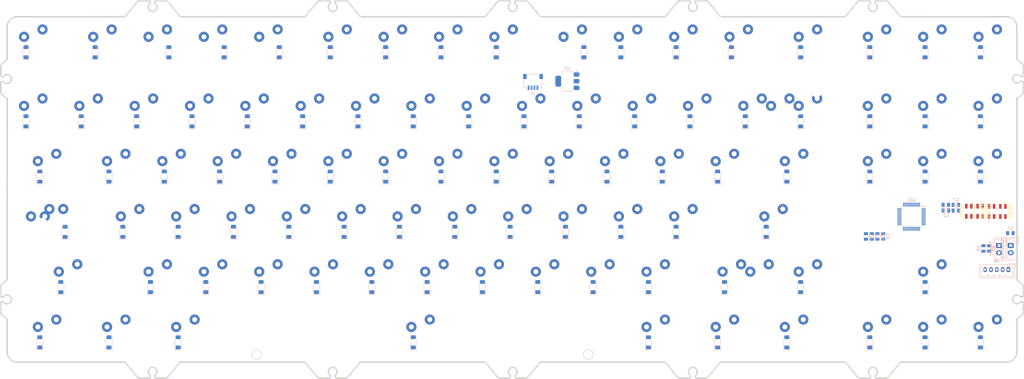
<source format=kicad_pcb>
(kicad_pcb (version 20240819) (generator "pcbnew") (generator_version "8.99")
  (layers (0 "F.Cu" signal) (2 "B.Cu" signal) (13 "F.Paste" user) (15 "B.Paste" user) (5 "F.SilkS" user "F.Silkscreen") (7 "B.SilkS" user "B.Silkscreen") (1 "F.Mask" user) (3 "B.Mask" user) (25 "Edge.Cuts" user))
  (net 0 "")
  (net 1 "RST")
  (net 2 "GND")
  (net 3 "+3.3V")
  (net 4 "DIO")
  (net 5 "CLK")
  (net 6 "+5V")
  (net 7 "boot")
  (net 8 "Net-(D1-A)")
  (net 9 "R1")
  (net 10 "Net-(D2-A)")
  (net 11 "Net-(D3-A)")
  (net 12 "Net-(D4-A)")
  (net 13 "Net-(D5-A)")
  (net 14 "Net-(D6-A)")
  (net 15 "Net-(D7-A)")
  (net 16 "Net-(D8-A)")
  (net 17 "Net-(D9-A)")
  (net 18 "Net-(D10-A)")
  (net 19 "Net-(D11-A)")
  (net 20 "Net-(D12-A)")
  (net 21 "Net-(D13-A)")
  (net 22 "Net-(D14-A)")
  (net 23 "Net-(D15-A)")
  (net 24 "Net-(D16-A)")
  (net 25 "Net-(D17-A)")
  (net 26 "Net-(D18-A)")
  (net 27 "R0")
  (net 28 "Net-(D19-A)")
  (net 29 "Net-(D20-A)")
  (net 30 "Net-(D21-A)")
  (net 31 "Net-(D22-A)")
  (net 32 "Net-(D23-A)")
  (net 33 "R2")
  (net 34 "Net-(D24-A)")
  (net 35 "Net-(D25-A)")
  (net 36 "Net-(D26-A)")
  (net 37 "Net-(D27-A)")
  (net 38 "Net-(D28-A)")
  (net 39 "Net-(D29-A)")
  (net 40 "Net-(D30-A)")
  (net 41 "Net-(D31-A)")
  (net 42 "Net-(D32-A)")
  (net 43 "Net-(D33-A)")
  (net 44 "Net-(D34-A)")
  (net 45 "Net-(D35-A)")
  (net 46 "Net-(D36-A)")
  (net 47 "Net-(D37-A)")
  (net 48 "Net-(D38-A)")
  (net 49 "Net-(D39-A)")
  (net 50 "Net-(D40-A)")
  (net 51 "Net-(D41-A)")
  (net 52 "Net-(D42-A)")
  (net 53 "Net-(D43-A)")
  (net 54 "Net-(D44-A)")
  (net 55 "Net-(D45-A)")
  (net 56 "Net-(D46-A)")
  (net 57 "Net-(D47-A)")
  (net 58 "Net-(D48-A)")
  (net 59 "Net-(D49-A)")
  (net 60 "Net-(D50-A)")
  (net 61 "Net-(D51-A)")
  (net 62 "Net-(D52-A)")
  (net 63 "Net-(D53-A)")
  (net 64 "Net-(D54-A)")
  (net 65 "Net-(D55-A)")
  (net 66 "Net-(D56-A)")
  (net 67 "Net-(D57-A)")
  (net 68 "Net-(D58-A)")
  (net 69 "Net-(D59-A)")
  (net 70 "Net-(D60-A)")
  (net 71 "Net-(D61-A)")
  (net 72 "Net-(D62-A)")
  (net 73 "Net-(D63-A)")
  (net 74 "Net-(D64-A)")
  (net 75 "Net-(D65-A)")
  (net 76 "Net-(D66-A)")
  (net 77 "Net-(D67-A)")
  (net 78 "Net-(D68-A)")
  (net 79 "Net-(D69-A)")
  (net 80 "Net-(D70-A)")
  (net 81 "Net-(D71-A)")
  (net 82 "Net-(D72-A)")
  (net 83 "Net-(D73-A)")
  (net 84 "Net-(D74-A)")
  (net 85 "Net-(D75-A)")
  (net 86 "Net-(D76-A)")
  (net 87 "Net-(D77-A)")
  (net 88 "Net-(D78-A)")
  (net 89 "Net-(D79-A)")
  (net 90 "Net-(D80-A)")
  (net 91 "Net-(D81-A)")
  (net 92 "Net-(D82-A)")
  (net 93 "Net-(D86-A)")
  (net 94 "Net-(D90-A)")
  (net 95 "Net-(D93-A)")
  (net 96 "Net-(D94-A)")
  (net 97 "Net-(D95-A)")
  (net 98 "Net-(D96-A)")
  (net 99 "Net-(D97-A)")
  (net 100 "D-")
  (net 101 "D+")
  (net 109 "C0")
  (net 110 "C1")
  (net 111 "C2")
  (net 112 "C3")
  (net 113 "C4")
  (net 114 "C5")
  (net 115 "C6")
  (net 116 "C7")
  (net 117 "C8")
  (net 118 "C9")
  (net 119 "C10")
  (net 120 "C11")
  (net 121 "C12")
  (net 122 "C13")
  (net 123 "C14")
  (net 124 "C15")
  (net 125 "C16")
  (net 126 "C17")
  (net 131 "R3")
  (net 132 "R4")
  (net 133 "R5")
  (net 134 "RGB")
  (net 135 "Net-(DRGB1-DIN)")
  (net 136 "Net-(DRGB1-DOUT)")
  (net 137 "Net-(DRGB2-DOUT)")
  (footprint "MX_Only:MXOnly-1U_N" (layer "F.Cu") (at 533.95577 -468.763298)
    (property "Reference" "SW35" (hide yes))
    (property "Value" "SW_Push" (hide yes))
  )
  (footprint "MX_Only:MXOnly-1U_N" (layer "F.Cu") (at 443.46827 -425.900798)
    (property "Reference" "SW47" (hide yes))
    (property "Value" "SW_Push" (hide yes))
  )
  (footprint "MX_Only:MXOnly-1U_N" (layer "F.Cu") (at 343.45577 -387.800798)
    (property "Reference" "SW71" (hide yes))
    (property "Value" "SW_Push" (hide yes))
  )
  (footprint "MX_Only:MXOnly-1U_N" (layer "F.Cu") (at 391.08077 -406.850798)
    (property "Reference" "SW61" (hide yes))
    (property "Value" "SW_Push" (hide yes))
  )
  (footprint "MX_Only:MXOnly-1U_N" (layer "F.Cu") (at 262.49327 -444.950798)
    (property "Reference" "SW3" (hide yes))
    (property "Value" "SW_Push" (hide yes))
  )
  (footprint "MX_Only:MXOnly-1U_N" (layer "F.Cu") (at 452.99327 -444.950798)
    (property "Reference" "SW13" (hide yes))
    (property "Value" "SW_Push" (hide yes))
  )
  (footprint "MX_Only:MXOnly-1U_N" (layer "F.Cu") (at 514.90577 -368.750798)
    (property "Reference" "SW95" (hide yes))
    (property "Value" "SW_Push" (hide yes))
  )
  (footprint "MX_Only:MXOnly-2.25U_N" (layer "F.Cu") (at 236.37387 -387.800798)
    (property "Reference" "SW65" (hide yes))
    (property "Value" "SW_Push" (hide yes))
  )
  (footprint "MX_Only:MXOnly-2.75U_N" (layer "F.Cu") (at 474.42477 -387.800798)
    (property "Reference" "SW1000" (hide yes))
    (property "Value" "SW_Push" (hide yes))
  )
  (footprint "MX_Only:MXOnly-1U_N" (layer "F.Cu") (at 553.00577 -444.950798)
    (property "Reference" "SW18" (hide yes))
    (property "Value" "SW_Push" (hide yes))
  )
  (footprint "MX_Only:MXOnly-1U_N" (layer "F.Cu") (at 491.09327 -387.800798)
    (property "Reference" "SW80" (hide yes))
    (property "Value" "SW_Push" (hide yes))
  )
  (footprint "MX_Only:MXOnly-1U_N" (layer "F.Cu") (at 362.50577 -387.800798)
    (property "Reference" "SW72" (hide yes))
    (property "Value" "SW_Push" (hide yes))
  )
  (footprint "MX_Only:MXOnly-2U_N" (layer "F.Cu") (at 481.56827 -444.950798)
    (property "Reference" "SW1001" (hide yes))
    (property "Value" "SW_Push" (hide yes))
  )
  (footprint "MX_Only:MXOnly-1U_N" (layer "F.Cu") (at 281.54327 -444.950798)
    (property "Reference" "SW4" (hide yes))
    (property "Value" "SW_Push" (hide yes))
  )
  (footprint "MX_Only:MXOnly-1U_N" (layer "F.Cu") (at 410.13077 -468.763298)
    (property "Reference" "SW29" (hide yes))
    (property "Value" "SW_Push" (hide yes))
  )
  (footprint "MX_Only:MXOnly-1.5U_N" (layer "F.Cu") (at 229.15627 -368.750798)
    (property "Reference" "SW77" (hide yes))
    (property "Value" "SW_Push" (hide yes))
  )
  (footprint "MX_Only:MXOnly-1U_N" (layer "F.Cu") (at 438.70577 -387.800798)
    (property "Reference" "SW76" (hide yes))
    (property "Value" "SW_Push" (hide yes))
  )
  (footprint "MX_Only:MXOnly-1U_N" (layer "F.Cu") (at 267.25577 -387.800798)
    (property "Reference" "SW66" (hide yes))
    (property "Value" "SW_Push" (hide yes))
  )
  (footprint "MX_Only:MXOnly-1U_N" (layer "F.Cu") (at 424.41827 -425.900798)
    (property "Reference" "SW46" (hide yes))
    (property "Value" "SW_Push" (hide yes))
  )
  (footprint "MX_Only:MXOnly-1.5U_N" (layer "F.Cu") (at 486.33127 -425.900798)
    (property "Reference" "SW50" (hide yes))
    (property "Value" "SW_Push" (hide yes))
  )
  (footprint "MX_Only:MXOnly-1U_N" (layer "F.Cu") (at 491.09327 -468.763298)
    (property "Reference" "SW33" (hide yes))
    (property "Value" "SW_Push" (hide yes))
  )
  (footprint "MX_Only:MXOnly-1U_N" (layer "F.Cu") (at 367.26827 -468.763298)
    (property "Reference" "SW27" (hide yes))
    (property "Value" "SW_Push" (hide yes))
  )
  (footprint "MX_Only:MXOnly-1U_N" (layer "F.Cu") (at 514.90577 -425.900798)
    (property "Reference" "SW51" (hide yes))
    (property "Value" "SW_Push" (hide yes))
  )
  (footprint "MX_Only:MXOnly-7U-ReversedStabilizers_N" (layer "F.Cu") (at 357.74327 -368.750798)
    (property "Reference" "SW86" (hide yes))
    (property "Value" "SW_Push" (hide yes))
  )
  (footprint "MX_Only:MXOnly-1.25U_N" (layer "F.Cu") (at 226.77427 -406.850798)
    (property "Reference" "SW1002" (hide yes))
    (property "Value" "SW_Push" (hide yes))
  )
  (footprint "MX_Only:MXOnly-1U_N" (layer "F.Cu") (at 357.74327 -444.950798)
    (property "Reference" "SW8" (hide yes))
    (property "Value" "SW_Push" (hide yes))
  )
  (footprint "MX_Only:MXOnly-1U_N" (layer "F.Cu") (at 305.35577 -387.800798)
    (property "Reference" "SW69" (hide yes))
    (property "Value" "SW_Push" (hide yes))
  )
  (footprint "MX_Only:MXOnly-1U_N" (layer "F.Cu") (at 348.21827 -468.763298)
    (property "Reference" "SW26" (hide yes))
    (property "Value" "SW_Push" (hide yes))
  )
  (footprint "MX_Only:MXOnly-1U_N" (layer "F.Cu") (at 310.11827 -425.900798)
    (property "Reference" "SW40" (hide yes))
    (property "Value" "SW_Push" (hide yes))
  )
  (footprint "MX_Only:MXOnly-1.75U_N" (layer "F.Cu") (at 464.89977 -387.800798)
    (property "Reference" "SW79" (hide yes))
    (property "Value" "SW_Push" (hide yes))
  )
  (footprint "MX_Only:MXOnly-1U_N" (layer "F.Cu") (at 272.01827 -425.900798)
    (property "Reference" "SW38" (hide yes))
    (property "Value" "SW_Push" (hide yes))
  )
  (footprint "MX_Only:MXOnly-1U_N" (layer "F.Cu") (at 329.16827 -425.900798)
    (property "Reference" "SW41" (hide yes))
    (property "Value" "SW_Push" (hide yes))
  )
  (footprint "MX_Only:MXOnly-1U_N" (layer "F.Cu") (at 533.95577 -387.800798)
    (property "Reference" "SW82" (hide yes))
    (property "Value" "SW_Push" (hide yes))
  )
  (footprint "MX_Only:MXOnly-1U_N" (layer "F.Cu") (at 514.90577 -444.950798)
    (property "Reference" "SW16" (hide yes))
    (property "Value" "SW_Push" (hide yes))
  )
  (footprint "MX_Only:MXOnly-1U_N" (layer "F.Cu") (at 276.78077 -406.850798)
    (property "Reference" "SW55" (hide yes))
    (property "Value" "SW_Push" (hide yes))
  )
  (footprint "MX_Only:MXOnly-1U_N" (layer "F.Cu") (at 405.36827 -425.900798)
    (property "Reference" "SW45" (hide yes))
    (property "Value" "SW_Push" (hide yes))
  )
  (footprint "MX_Only:MXOnly-1U_N" (layer "F.Cu") (at 448.23077 -468.763298)
    (property "Reference" "SW31" (hide yes))
    (property "Value" "SW_Push" (hide yes))
  )
  (footprint "MX_Only:MXOnly-1U_N" (layer "F.Cu") (at 291.06827 -425.900798)
    (property "Reference" "SW39" (hide yes))
    (property "Value" "SW_Push" (hide yes))
  )
  (footprint "MX_Only:MXOnly-1U_N" (layer "F.Cu") (at 429.18077 -406.850798)
    (property "Reference" "SW63" (hide yes))
    (property "Value" "SW_Push" (hide yes))
  )
  (footprint "MX_Only:MXOnly-1U_N" (layer "F.Cu") (at 386.31827 -468.763298)
    (property "Reference" "SW28" (hide yes))
    (property "Value" "SW_Push" (hide yes))
  )
  (footprint "MX_Only:MXOnly-1U_N" (layer "F.Cu") (at 224.39327 -444.950798)
    (property "Reference" "SW1" (hide yes))
    (property "Value" "SW_Push" (hide yes))
  )
  (footprint "MX_Only:MXOnly-1U_N" (layer "F.Cu") (at 252.96827 -425.900798)
    (property "Reference" "SW37" (hide yes))
    (property "Value" "SW_Push" (hide yes))
  )
  (footprint "MX_Only:MXOnly-1U_N" (layer "F.Cu") (at 286.30577 -387.800798)
    (property "Reference" "SW68" (hide yes))
    (property "Value" "SW_Push" (hide yes))
  )
  (footprint "MX_Only:MXOnly-1.5U_N" (layer "F.Cu") (at 229.15627 -425.900798)
    (property "Reference" "SW24" (hide yes))
    (property "Value" "SW_Push" (hide yes))
  )
  (footprint "MX_Only:MXOnly-1U_N" (layer "F.Cu") (at 376.79327 -444.950798)
    (property "Reference" "SW9" (hide yes))
    (property "Value" "SW_Push" (hide yes))
  )
  (footprint "MX_Only:MXOnly-1.75U_N" (layer "F.Cu") (at 231.53727 -406.850798)
    (property "Reference" "SW49" (hide yes))
    (property "Value" "SW_Push" (hide yes))
  )
  (footprint "MX_Only:MXOnly-1U_N" (layer "F.Cu") (at 400.60577 -387.800798)
    (property "Reference" "SW74" (hide yes))
    (property "Value" "SW_Push" (hide yes))
  )
  (footprint "MX_Only:MXOnly-1U_N" (layer "F.Cu") (at 448.23077 -406.850798)
    (property "Reference" "SW64" (hide yes))
    (property "Value" "SW_Push" (hide yes))
  )
  (footprint "MX_Only:MXOnly-1U_N" (layer "F.Cu") (at 305.35577 -468.763298)
    (property "Reference" "SW23" (hide yes))
    (property "Value" "SW_Push" (hide yes))
  )
  (footprint "MX_Only:MXOnly-1U_N" (layer "F.Cu") (at 395.84327 -444.950798)
    (property "Reference" "SW10" (hide yes))
    (property "Value" "SW_Push" (hide yes))
  )
  (footprint "MX_Only:MXOnly-1U_N" (layer "F.Cu") (at 533.95577 -444.950798)
    (property "Reference" "SW17" (hide yes))
    (property "Value" "SW_Push" (hide yes))
  )
  (footprint "MX_Only:MXOnly-1U_N" (layer "F.Cu") (at 553.00577 -368.750798)
    (property "Reference" "SW97" (hide yes))
    (property "Value" "SW_Push" (hide yes))
  )
  (footprint "MX_Only:MXOnly-1U_N" (layer "F.Cu") (at 462.51827 -425.900798)
    (property "Reference" "SW48" (hide yes))
    (property "Value" "SW_Push" (hide yes))
  )
  (footprint "MX_Only:MXOnly-1U_N" (layer "F.Cu") (at 348.21827 -425.900798)
    (property "Reference" "SW42" (hide yes))
    (property "Value" "SW_Push" (hide yes))
  )
  (footprint "LED_SMD:LED_SK6812MINI_PLCC4_3.5x3.5mm_P1.75mm" (layer "F.Cu") (at 557.59 -411.1 -90)
    (property "Reference" "DRGB3")
    (property "Value" "WS2812B")
  )
  (footprint "LED_SMD:LED_SK6812MINI_PLCC4_3.5x3.5mm_P1.75mm" (layer "F.Cu") (at 549.75 -411.17 -90)
    (property "Reference" "DRGB1")
    (property "Value" "WS2812B")
  )
  (footprint "MX_Only:MXOnly-1U_N" (layer "F.Cu") (at 433.94327 -444.950798)
    (property "Reference" "SW12" (hide yes))
    (property "Value" "SW_Push" (hide yes))
  )
  (footprint "MX_Only:MXOnly-1U_N" (layer "F.Cu") (at 324.40577 -387.800798)
    (property "Reference" "SW70" (hide yes))
    (property "Value" "SW_Push" (hide yes))
  )
  (footprint "MX_Only:MXOnly-1U_N" (layer "F.Cu") (at 314.88077 -406.850798)
    (property "Reference" "SW57" (hide yes))
    (property "Value" "SW_Push" (hide yes))
  )
  (footprint "MX_Only:MXOnly-1U_N" (layer "F.Cu") (at 267.25577 -468.763298)
    (property "Reference" "SW21" (hide yes))
    (property "Value" "SW_Push" (hide yes))
  )
  (footprint "MX_Only:MXOnly-1U_N" (layer "F.Cu") (at 533.95577 -368.750798)
    (property "Reference" "SW96" (hide yes))
    (property "Value" "SW_Push" (hide yes))
  )
  (footprint "MX_Only:MXOnly-1U_N" (layer "F.Cu") (at 248.20577 -468.763298)
    (property "Reference" "SW20" (hide yes))
    (property "Value" "SW_Push" (hide yes))
  )
  (footprint "MX_Only:MXOnly-1U_N" (layer "F.Cu") (at 329.16827 -468.763298)
    (property "Reference" "SW25" (hide yes))
    (property "Value" "SW_Push" (hide yes))
  )
  (footprint "MX_Only:MXOnly-1U_N" (layer "F.Cu") (at 467.28077 -468.763298)
    (property "Reference" "SW32" (hide yes))
    (property "Value" "SW_Push" (hide yes))
  )
  (footprint "MX_Only:MXOnly-2.25U_N" (layer "F.Cu") (at 479.26137 -406.850798)
    (property "Reference" "SW67" (hide yes))
    (property "Value" "SW_Push" (hide yes))
  )
  (footprint "MX_Only:MXOnly-1U_N" (layer "F.Cu") (at 224.39327 -468.763298)
    (property "Reference" "SW19" (hide yes))
    (property "Value" "SW_Push" (hide yes))
  )
  (footprint "MX_Only:MXOnly-1U_N" (layer "F.Cu") (at 381.55577 -387.800798)
    (property "Reference" "SW73" (hide yes))
    (property "Value" "SW_Push" (hide yes))
  )
  (footprint "MX_Only:MXOnly-1U_N" (layer "F.Cu") (at 410.13077 -406.850798)
    (property "Reference" "SW62" (hide yes))
    (property "Value" "SW_Push" (hide yes))
  )
  (footprint "MX_Only:MXOnly-1U_N" (layer "F.Cu") (at 419.65577 -387.800798)
    (property "Reference" "SW75" (hide yes))
    (property "Value" "SW_Push" (hide yes))
  )
  (footprint "MX_Only:MXOnly-1U_N" (layer "F.Cu") (at 352.98077 -406.850798)
    (property "Reference" "SW59" (hide yes))
    (property "Value" "SW_Push" (hide yes))
  )
  (footprint "MX_Only:MXOnly-1U_N" (layer "F.Cu") (at 533.95577 -425.900798)
    (property "Reference" "SW52" (hide yes))
    (property "Value" "SW_Push" (hide yes))
  )
  (footprint "MX_Only:MXOnly-1U_N" (layer "F.Cu") (at 295.83077 -406.850798)
    (property "Reference" "SW56" (hide yes))
    (property "Value" "SW_Push" (hide yes))
  )
  (footprint "MX_Only:MXOnly-1.5U_N" (layer "F.Cu") (at 276.78127 -368.750798)
    (property "Reference" "SW81" (hide yes))
    (property "Value" "SW_Push" (hide yes))
  )
  (footprint "MX_Only:MXOnly-1U_N" (layer "F.Cu") (at 386.31827 -425.900798)
    (property "Reference" "SW44" (hide yes))
    (property "Value" "SW_Push" (hide yes))
  )
  (footprint "MX_Only:MXOnly-1U_N" (layer "F.Cu") (at 414.89327 -444.950798)
    (property "Reference" "SW11" (hide yes))
    (property "Value" "SW_Push" (hide yes))
  )
  (footprint "MX_Only:MXOnly-1U_N" (layer "F.Cu") (at 333.93077 -406.850798)
    (property "Reference" "SW58" (hide yes))
    (property "Value" "SW_Push" (hide yes))
  )
  (footprint "MX_Only:MXOnly-1U_N" (layer "F.Cu") (at 286.30577 -468.763298)
    (property "Reference" "SW22" (hide yes))
    (property "Value" "SW_Push" (hide yes))
  )
  (footprint "MX_Only:MXOnly-1U_N" (layer "F.Cu") (at 338.69327 -444.950798)
    (property "Reference" "SW7" (hide yes))
    (property "Value" "SW_Push" (hide yes))
  )
  (footprint "MX_Only:MXOnly-1U_N" (layer "F.Cu") (at 553.00577 -468.763298)
    (property "Reference" "SW36" (hide yes))
    (property "Value" "SW_Push" (hide yes))
  )
  (footprint "MX_Only:MXOnly-1U_N" (layer "F.Cu") (at 243.44327 -444.950798)
    (property "Reference" "SW2" (hide yes))
    (property "Value" "SW_Push" (hide yes))
  )
  (footprint "MX_Only:MXOnly-1U_N" (layer "F.Cu") (at 300.59327 -444.950798)
    (property "Reference" "SW5" (hide yes))
    (property "Value" "SW_Push" (hide yes))
  )
  (footprint "MX_Only:MXOnly-1.5U_N" (layer "F.Cu") (at 486.33127 -368.750798)
    (property "Reference" "SW94" (hide yes))
    (property "Value" "SW_Push" (hide yes))
  )
  (footprint "LED_SMD:LED_SK6812MINI_PLCC4_3.5x3.5mm_P1.75mm" (layer "F.Cu") (at 553.68 -411.11 90)
    (property "Reference" "DRGB2")
    (property "Value" "WS2812B")
  )
  (footprint "MX_Only:MXOnly-1U_N" (layer "F.Cu") (at 491.09327 -444.950798)
    (property "Reference" "SW15" (hide yes))
    (property "Value" "SW_Push" (hide yes))
  )
  (footprint "MX_Only:MXOnly-1U_N" (layer "F.Cu") (at 367.26827 -425.900798)
    (property "Reference" "SW43" (hide yes))
    (property "Value" "SW_Push" (hide yes))
  )
  (footprint "MX_Only:MXOnly-1U_N" (layer "F.Cu") (at 553.00577 -425.900798)
    (property "Reference" "SW53" (hide yes))
    (property "Value" "SW_Push" (hide yes))
  )
  (footprint "MX_Only:MXOnly-1U_N" (layer "F.Cu") (at 429.18077 -468.763298)
    (property "Reference" "SW30" (hide yes))
    (property "Value" "SW_Push" (hide yes))
  )
  (footprint "MX_Only:MXOnly-1U_N" (layer "F.Cu") (at 472.04327 -444.950798)
    (property "Reference" "SW14" (hide yes))
    (property "Value" "SW_Push" (hide yes))
  )
  (footprint "MX_Only:MXOnly-1U_N" (layer "F.Cu") (at 252.96827 -368.750798)
    (property "Reference" "SW78" (hide yes))
    (property "Value" "SW_Push" (hide yes))
  )
  (footprint "MX_Only:MXOnly-1U_N" (layer "F.Cu") (at 514.90577 -468.763298)
    (property "Reference" "SW34" (hide yes))
    (property "Value" "SW_Push" (hide yes))
  )
  (footprint "MX_Only:MXOnly-1.5U_N" (layer "F.Cu") (at 438.70627 -368.750798)
    (property "Reference" "SW90" (hide yes))
    (property "Value" "SW_Push" (hide yes))
  )
  (footprint "MX_Only:MXOnly-1U_N" (layer "F.Cu") (at 462.51827 -368.750798)
    (property "Reference" "SW93" (hide yes))
    (property "Value" "SW_Push" (hide yes))
  )
  (footprint "LED_SMD:LED_SK6812MINI_PLCC4_3.5x3.5mm_P1.75mm" (layer "F.Cu") (at 545.86 -411.17 90)
    (property "Reference" "DRGB4")
    (property "Value" "WS2812B")
  )
  (footprint "MX_Only:MXOnly-1U_N" (layer "F.Cu") (at 372.03077 -406.850798)
    (property "Reference" "SW60" (hide yes))
    (property "Value" "SW_Push" (hide yes))
  )
  (footprint "MX_Only:MXOnly-1U_N" (layer "F.Cu") (at 257.73077 -406.850798)
    (property "Reference" "SW54" (hide yes))
    (property "Value" "SW_Push" (hide yes))
  )
  (footprint "MX_Only:MXOnly-1U_N" (layer "F.Cu") (at 319.64327 -444.950798)
    (property "Reference" "SW6" (hide yes))
    (property "Value" "SW_Push" (hide yes))
  )
  (footprint "Diode_SMD:D_MiniMELF" (layer "B.Cu") (at 273.63877 -365.980798 90)
    (property "Reference" "D81" (hide yes))
    (property "Value" "D_Small")
  )
  (footprint "Connector_JST:JST_EH_B2B-EH-A_1x02_P2.50mm_Vertical" (layer "B.Cu") (at 556.2625 -399.34 -90)
    (property "Reference" "SWbôt1")
    (property "Value" "SW_Push")
  )
  (footprint "Diode_SMD:D_MiniMELF" (layer "B.Cu") (at 487.95077 -465.993298 90)
    (property "Reference" "D33" (hide yes))
    (property "Value" "D_Small")
  )
  (footprint "Diode_SMD:D_MiniMELF" (layer "B.Cu") (at 221.25077 -442.180798 90)
    (property "Reference" "D1" (hide yes))
    (property "Value" "D_Small")
  )
  (footprint "Diode_SMD:D_MiniMELF" (layer "B.Cu") (at 264.11327 -385.030798 90)
    (property "Reference" "D66" (hide yes))
    (property "Value" "D_Small")
  )
  (footprint "Capacitor_SMD:C_0805_2012Metric" (layer "B.Cu") (at 510.45 -402.49 90)
    (property "Reference" "C5")
    (property "Value" "4.7uF")
  )
  (footprint "Diode_SMD:D_MiniMELF" (layer "B.Cu") (at 430.80077 -442.180798 90)
    (property "Reference" "D12" (hide yes))
    (property "Value" "D_Small")
  )
  (footprint "Diode_SMD:D_MiniMELF" (layer "B.Cu") (at 349.83827 -404.080798 90)
    (property "Reference" "D59" (hide yes))
    (property "Value" "D_Small")
  )
  (footprint "Capacitor_SMD:C_0805_2012Metric" (layer "B.Cu") (at 516.3475 -402.5 90)
    (property "Reference" "C9")
    (property "Value" "100nF")
  )
  (footprint "Package_QFP:LQFP-48_7x7mm_P0.5mm" (layer "B.Cu") (at 526.14 -409.28 180)
    (property "Reference" "Ud1")
    (property "Value" "STM32F072-LQFP48")
  )
  (footprint "Diode_SMD:D_MiniMELF" (layer "B.Cu") (at 289.5 -466.0025 90)
    (property "Reference" "D22" (hide yes))
    (property "Value" "D_Small")
  )
  (footprint "Diode_SMD:D_MiniMELF" (layer "B.Cu") (at 326.02577 -465.993298 90)
    (property "Reference" "D25" (hide yes))
    (property "Value" "D_Small")
  )
  (footprint "Diode_SMD:D_MiniMELF" (layer "B.Cu") (at 459.37577 -423.130798 90)
    (property "Reference" "D48" (hide yes))
    (property "Value" "D_Small")
  )
  (footprint "Diode_SMD:D_MiniMELF" (layer "B.Cu") (at 487.95077 -385.030798 90)
    (property "Reference" "D80" (hide yes))
    (property "Value" "D_Small")
  )
  (footprint "Diode_SMD:D_MiniMELF" (layer "B.Cu") (at 364.12577 -423.130798 90)
    (property "Reference" "D43" (hide yes))
    (property "Value" "D_Small")
  )
  (footprint "Diode_SMD:D_MiniMELF" (layer "B.Cu") (at 549.86327 -465.993298 90)
    (property "Reference" "D36" (hide yes))
    (property "Value" "D_Small")
  )
  (footprint "Diode_SMD:D_MiniMELF" (layer "B.Cu") (at 435.56327 -385.030798 90)
    (property "Reference" "D76" (hide yes))
    (property "Value" "D_Small")
  )
  (footprint "Diode_SMD:D_MiniMELF" (layer "B.Cu") (at 476.11887 -404.080798 90)
    (property "Reference" "D67" (hide yes))
    (property "Value" "D_Small")
  )
  (footprint "Diode_SMD:D_MiniMELF" (layer "B.Cu") (at 397.46327 -385.030798 90)
    (property "Reference" "D74" (hide yes))
    (property "Value" "D_Small")
  )
  (footprint "Diode_SMD:D_MiniMELF" (layer "B.Cu") (at 345.07577 -423.130798 90)
    (property "Reference" "D42" (hide yes))
    (property "Value" "D_Small")
  )
  (footprint "Diode_SMD:D_MiniMELF" (layer "B.Cu") (at 321.26327 -385.030798 90)
    (property "Reference" "D70" (hide yes))
    (property "Value" "D_Small")
  )
  (footprint "Capacitor_SMD:C_0805_2012Metric" (layer "B.Cu") (at 550.91 -398.33 -90)
    (property "Reference" "C6")
    (property "Value" "100nF")
  )
  (footprint "Diode_SMD:D_MiniMELF" (layer "B.Cu") (at 354.61077 -365.993298 90)
    (property "Reference" "D86" (hide yes))
    (property "Value" "D_Small")
  )
  (footprint "Diode_SMD:D_MiniMELF" (layer "B.Cu") (at 411.75077 -442.180798 90)
    (property "Reference" "D11" (hide yes))
    (property "Value" "D_Small")
  )
  (footprint "Diode_SMD:D_MiniMELF" (layer "B.Cu") (at 330.78827 -404.080798 90)
    (property "Reference" "D58" (hide yes))
    (property "Value" "D_Small")
  )
  (footprint "Diode_SMD:D_MiniMELF" (layer "B.Cu") (at 249.82577 -423.130798 90)
    (property "Reference" "D37" (hide yes))
    (property "Value" "D_Small")
  )
  (footprint "Diode_SMD:D_MiniMELF" (layer "B.Cu") (at 283.16327 -385.030798 90)
    (property "Reference" "D68" (hide yes))
    (property "Value" "D_Small")
  )
  (footprint "Diode_SMD:D_MiniMELF" (layer "B.Cu") (at 549.86327 -423.130798 90)
    (property "Reference" "D53" (hide yes))
    (property "Value" "D_Small")
  )
  (footprint "Diode_SMD:D_MiniMELF" (layer "B.Cu") (at 373.65077 -442.180798 90)
    (property "Reference" "D9" (hide yes))
    (property "Value" "D_Small")
  )
  (footprint "Diode_SMD:D_MiniMELF" (layer "B.Cu") (at 292.68827 -404.080798 90)
    (property "Reference" "D56" (hide yes))
    (property "Value" "D_Small")
  )
  (footprint "Diode_SMD:D_MiniMELF" (layer "B.Cu") (at 487.95077 -442.180798 90)
    (property "Reference" "D15" (hide yes))
    (property "Value" "D_Small")
  )
  (footprint "Capacitor_SMD:C_0805_2012Metric" (layer "B.Cu") (at 541.39 -411.4 180)
    (property "Reference" "C8")
    (property "Value" "4.7uF")
  )
  (footprint "Diode_SMD:D_MiniMELF" (layer "B.Cu") (at 234.72 -404.06 90)
    (property "Reference" "D49" (hide yes))
    (property "Value" "D_Small")
  )
  (footprint "Diode_SMD:D_MiniMELF" (layer "B.Cu") (at 240.30077 -442.180798 90)
    (property "Reference" "D2" (hide yes))
    (property "Value" "D_Small")
  )
  (footprint "Diode_SMD:D_MiniMELF" (layer "B.Cu") (at 406.98827 -404.080798 90)
    (property "Reference" "D62" (hide yes))
    (property "Value" "D_Small")
  )
  (footprint "Diode_SMD:D_MiniMELF" (layer "B.Cu") (at 549.86327 -442.180798 90)
    (property "Reference" "D18" (hide yes))
    (property "Value" "D_Small")
  )
  (footprint "Capacitor_SMD:C_0805_2012Metric" (layer "B.Cu") (at 560.16 -403.6 180)
    (property "Reference" "C1")
    (property "Value" "4.7uF")
  )
  (footprint "Diode_SMD:D_MiniMELF" (layer "B.Cu") (at 306.97577 -423.130798 90)
    (property "Reference" "D40" (hide yes))
    (property "Value" "D_Small")
  )
  (footprint "Diode_SMD:D_MiniMELF" (layer "B.Cu") (at 530.81327 -442.180798 90)
    (property "Reference" "D17" (hide yes))
    (property "Value" "D_Small")
  )
  (footprint "Diode_SMD:D_MiniMELF" (layer "B.Cu") (at 530.81327 -423.130798 90)
    (property "Reference" "D52" (hide yes))
    (property "Value" "D_Small")
  )
  (footprint "Diode_SMD:D_MiniMELF" (layer "B.Cu") (at 435.56377 -365.980798 90)
    (property "Reference" "D90" (hide yes))
    (property "Value" "D_Small")
  )
  (footprint "Capacitor_SMD:C_0805_2012Metric" (layer "B.Cu") (at 512.4175 -402.49 90)
    (property "Reference" "C4")
    (property "Value" "4.7uF")
  )
  (footprint "Connector_JST:JST_PH_B5B-PH-K_1x05_P2.00mm_Vertical" (layer "B.Cu") (at 559.5 -391.05 180)
    (property "Reference" "J6")
    (property "Value" "Conn_01x05_Socket")
  )
  (footprint "Diode_SMD:D_MiniMELF" (layer "B.Cu") (at 254.58827 -404.080798 90)
    (property "Reference" "D54" (hide yes))
    (property "Value" "D_Small")
  )
  (footprint "Diode_SMD:D_MiniMELF" (layer "B.Cu") (at 413.32 -466.01 90)
    (property "Reference" "D29" (hide yes))
    (property "Value" "D_Small")
  )
  (footprint "Capacitor_SMD:C_0805_2012Metric" (layer "B.Cu") (at 537.96 -411.4125)
    (property "Reference" "C2")
    (property "Value" "4.7uF")
  )
  (footprint "Capacitor_SMD:C_0805_2012Metric" (layer "B.Cu") (at 541.39 -413.3725 180)
    (property "Reference" "C7")
    (property "Value" "100nF")
  )
  (footprint "Diode_SMD:D_MiniMELF" (layer "B.Cu") (at 483.18877 -365.980798 90)
    (property "Reference" "D94" (hide yes))
    (property "Value" "D_Small")
  )
  (footprint "Diode_SMD:D_MiniMELF" (layer "B.Cu") (at 392.70077 -442.180798 90)
    (property "Reference" "D10" (hide yes))
    (property "Value" "D_Small")
  )
  (footprint "Diode_SMD:D_MiniMELF" (layer "B.Cu") (at 221.25077 -465.993298 90)
    (property "Reference" "D19" (hide yes))
    (property "Value" "D_Small")
  )
  (footprint "Diode_SMD:D_MiniMELF" (layer "B.Cu") (at 316.50077 -442.180798 90)
    (property "Reference" "D6" (hide yes))
    (property "Value" "D_Small")
  )
  (footprint "Diode_SMD:D_MiniMELF" (layer "B.Cu") (at 345.07577 -465.993298 90)
    (property "Reference" "D26" (hide yes))
    (property "Value" "D_Small")
  )
  (footprint "Diode_SMD:D_MiniMELF" (layer "B.Cu") (at 449.85077 -442.180798 90)
    (property "Reference" "D13" (hide yes))
    (property "Value" "D_Small")
  )
  (footprint "Diode_SMD:D_MiniMELF" (layer "B.Cu") (at 383.17577 -423.130798 90)
    (property "Reference" "D44" (hide yes))
    (property "Value" "D_Small")
  )
  (footprint "Diode_SMD:D_MiniMELF" (layer "B.Cu") (at 354.60077 -442.180798 90)
    (property "Reference" "D8" (hide yes))
    (property "Value" "D_Small")
  )
  (footprint "Diode_SMD:D_MiniMELF" (layer "B.Cu") (at 233.23137 -385.030798 90)
    (property "Reference" "D65" (hide yes))
    (property "Value" "D_Small")
  )
  (footprint "Diode_SMD:D_MiniMELF" (layer "B.Cu") (at 359.36327 -385.030798 90)
    (property "Reference" "D72" (hide yes))
    (property "Value" "D_Small")
  )
  (footprint "Diode_SMD:D_MiniMELF" (layer "B.Cu") (at 445.08827 -404.080798 90)
    (property "Reference" "D64" (hide yes))
    (property "Value" "D_Small")
  )
  (footprint "Diode_SMD:D_MiniMELF" (layer "B.Cu") (at 461.75727 -385.030798 90)
    (property "Reference" "D79" (hide yes))
    (property "Value" "D_Small")
  )
  (footprint "Diode_SMD:D_MiniMELF" (layer "B.Cu") (at 259.35077 -442.180798 90)
    (property "Reference" "D3" (hide yes))
    (property "Value" "D_Small")
  )
  (footprint "Diode_SMD:D_MiniMELF" (layer "B.Cu") (at 387.93827 -404.080798 90)
    (property "Reference" "D61" (hide yes))
    (property "Value" "D_Small")
  )
  (footprint "Diode_SMD:D_MiniMELF" (layer "B.Cu") (at 273.63827 -404.080798 90)
    (property "Reference" "D55" (hide yes))
    (property "Value" "D_Small")
  )
  (footprint "Package_TO_SOT_SMD:SOT-223-3_TabPin2" (layer "B.Cu") (at 407.65 -456 180)
    (property "Reference" "U2")
    (property "Value" "AMS1117")
  )
  (footprint "Diode_SMD:D_MiniMELF" (layer "B.Cu") (at 335.55077 -442.180798 90)
    (property "Reference" "D7" (hide yes))
    (property "Value" "D_Small")
  )
  (footprint "Diode_SMD:D_MiniMELF" (layer "B.Cu") (at 226.01377 -423.130798 90)
    (property "Reference" "D24" (hide yes))
    (property "Value" "D_Small")
  )
  (footprint "Diode_SMD:D_MiniMELF" (layer "B.Cu") (at 340.31327 -385.030798 90)
    (property "Reference" "D71" (hide yes))
    (property "Value" "D_Small")
  )
  (footprint "Connector_JST:JST_SH_SM04B-SRSS-TB_1x04-1MP_P1.00mm_Horizontal" (layer "B.Cu") (at 395.82 -455.75)
    (property "Reference" "J4")
    (property "Value" "Conn_01x04_Pin")
  )
  (footprint "Diode_SMD:D_MiniMELF" (layer "B.Cu") (at 308.47 -466 90)
    (property "Reference" "D23" (hide yes))
    (property "Value" "D_Small")
  )
  (footprint "Diode_SMD:D_MiniMELF" (layer "B.Cu") (at 297.45077 -442.180798 90)
    (property "Reference" "D5" (hide yes))
    (property "Value" "D_Small")
  )
  (footprint "Diode_SMD:D_MiniMELF" (layer "B.Cu") (at 364.12577 -465.993298 90)
    (property "Reference" "D27" (hide yes))
    (property "Value" "D_Small")
  )
  (footprint "Diode_SMD:D_MiniMELF" (layer "B.Cu") (at 416.51327 -385.030798 90)
    (property "Reference" "D75" (hide yes))
    (property "Value" "D_Small")
  )
  (footprint "Diode_SMD:D_MiniMELF" (layer "B.Cu") (at 311.73827 -404.080798 90)
    (property "Reference" "D57" (hide yes))
    (property "Value" "D_Small")
  )
  (footprint "Diode_SMD:D_MiniMELF" (layer "B.Cu") (at 249.82577 -365.980798 90)
    (property "Reference" "D78" (hide yes))
    (property "Value" "D_Small")
  )
  (footprint "Diode_SMD:D_MiniMELF" (layer "B.Cu") (at 459.37577 -365.980798 90)
    (property "Reference" "D93" (hide yes))
    (property "Value" "D_Small")
  )
  (footprint "Diode_SMD:D_MiniMELF" (layer "B.Cu") (at 368.88827 -404.080798 90)
    (property "Reference" "D60" (hide yes))
    (property "Value" "D_Small")
  )
  (footprint "Diode_SMD:D_MiniMELF" (layer "B.Cu") (at 511.76327 -365.980798 90)
    (property "Reference" "D95" (hide yes))
    (property "Value" "D_Small")
  )
  (footprint "Diode_SMD:D_MiniMELF" (layer "B.Cu") (at 530.81327 -365.980798 90)
    (property "Reference" "D96" (hide yes))
    (property "Value" "D_Small")
  )
  (footprint "Connector_JST:JST_EH_B2B-EH-A_1x02_P2.50mm_Vertical" (layer "B.Cu") (at 560.29 -399.35 -90)
    (property "Reference" "SWbôtrst1")
    (property "Value" "SW_Push")
  )
  (footprint "Diode_SMD:D_MiniMELF" (layer "B.Cu") (at 326.02577 -423.130798 90)
    (property "Reference" "D41" (hide yes))
    (property "Value" "D_Small")
  )
  (footprint "Diode_SMD:D_MiniMELF" (layer "B.Cu") (at 226.01377 -365.980798 90)
    (property "Reference" "D77" (hide yes))
    (property "Value" "D_Small")
  )
  (footprint "Diode_SMD:D_MiniMELF" (layer "B.Cu") (at 287.92577 -423.130798 90)
    (property "Reference" "D39" (hide yes))
    (property "Value" "D_Small")
  )
  (footprint "Diode_SMD:D_MiniMELF" (layer "B.Cu") (at 268.87577 -423.130798 90)
    (property "Reference" "D38" (hide yes))
    (property "Value" "D_Small")
  )
  (footprint "Diode_SMD:D_MiniMELF" (layer "B.Cu") (at 278.40077 -442.180798 90)
    (property "Reference" "D4" (hide yes))
    (property "Value" "D_Small")
  )
  (footprint "Diode_SMD:D_MiniMELF" (layer "B.Cu") (at 468.90077 -442.180798 90)
    (property "Reference" "D14" (hide yes))
    (property "Value" "D_Small")
  )
  (footprint "Diode_SMD:D_MiniMELF" (layer "B.Cu") (at 270.44 -465.993298 90)
    (property "Reference" "D21" (hide yes))
    (property "Value" "D_Small")
  )
  (footprint "Diode_SMD:D_MiniMELF" (layer "B.Cu") (at 302.21327 -385.030798 90)
    (property "Reference" "D69" (hide yes))
    (property "Value" "D_Small")
  )
  (footprint "Diode_SMD:D_MiniMELF" (layer "B.Cu") (at 511.76327 -442.180798 90)
    (property "Reference" "D16" (hide yes))
    (property "Value" "D_Small")
  )
  (footprint "Capacitor_SMD:C_0805_2012Metric" (layer "B.Cu") (at 537.95 -413.38)
    (property "Reference" "C3")
    (property "Value" "100nF")
  )
  (footprint "Diode_SMD:D_MiniMELF" (layer "B.Cu") (at 402.22577 -423.130798 90)
    (property "Reference" "D45" (hide yes))
    (property "Value" "D_Small")
  )
  (footprint "Diode_SMD:D_MiniMELF" (layer "B.Cu") (at 511.76327 -423.130798 90)
    (property "Reference" "D51" (hide yes))
    (property "Value" "D_Small")
  )
  (footprint "Diode_SMD:D_MiniMELF" (layer "B.Cu") (at 426.03827 -465.993298 90)
    (property "Reference" "D30" (hide yes))
    (property "Value" "D_Small")
  )
  (footprint "Diode_SMD:D_MiniMELF" (layer "B.Cu") (at 378.41327 -385.030798 90)
    (property "Reference" "D73" (hide yes))
    (property "Value" "D_Small")
  )
  (footprint "Diode_SMD:D_MiniMELF" (layer "B.Cu") (at 549.86327 -365.980798 90)
    (property "Reference" "D97" (hide yes))
    (property "Value" "D_Small")
  )
  (footprint "Diode_SMD:D_MiniMELF" (layer "B.Cu") (at 421.27577 -423.130798 90)
    (property "Reference" "D46" (hide yes))
    (property "Value" "D_Small")
  )
  (footprint "Diode_SMD:D_MiniMELF" (layer "B.Cu") (at 426.03827 -404.080798 90)
    (property "Reference" "D63" (hide yes))
    (property "Value" "D_Small")
  )
  (footprint "Diode_SMD:D_MiniMELF" (layer "B.Cu") (at 440.32577 -423.130798 90)
    (property "Reference" "D47" (hide yes))
    (property "Value" "D_Small")
  )
  (footprint "Diode_SMD:D_MiniMELF" (layer "B.Cu") (at 445.08827 -465.993298 90)
    (property "Reference" "D31" (hide yes))
    (property "Value" "D_Small")
  )
  (footprint "Resistor_SMD:R_0805_2012Metric" (layer "B.Cu") (at 552.85 -398.3425 90)
    (property "Reference" "R2")
    (property "Value" "R_Small")
  )
  (footprint "Diode_SMD:D_MiniMELF" (layer "B.Cu") (at 464.13827 -465.993298 90)
    (property "Reference" "D32" (hide yes))
    (property "Value" "D_Small")
  )
  (footprint "Diode_SMD:D_MiniMELF" (layer "B.Cu") (at 483.18877 -423.130798 90)
    (property "Reference" "D50" (hide yes))
    (property "Value" "D_Small")
  )
  (footprint "Diode_SMD:D_MiniMELF" (layer "B.Cu") (at 245.06327 -465.993298 90)
    (property "Reference" "D20" (hide yes))
    (property "Value" "D_Small")
  )
  (footprint "Diode_SMD:D_MiniMELF" (layer "B.Cu") (at 511.76327 -465.993298 90)
    (property "Reference" "D34" (hide yes))
    (property "Value" "D_Small")
  )
  (footprint "Diode_SMD:D_MiniMELF" (layer "B.Cu") (at 530.81327 -385.030798 90)
    (property "Reference" "D82" (hide yes))
    (property "Value" "D_Small")
  )
  (footprint "Capacitor_SMD:C_0805_2012Metric" (layer "B.Cu") (at 514.38 -402.49 90)
    (property "Reference" "C10")
    (property "Value" "4.7uF")
  )
  (footprint "Diode_SMD:D_MiniMELF" (layer "B.Cu") (at 383.17577 -465.993298 90)
    (property "Reference" "D28" (hide yes))
    (property "Value" "D_Small")
  )
  (footprint "Diode_SMD:D_MiniMELF" (layer "B.Cu") (at 530.81327 -465.993298 90)
    (property "Reference" "D35" (hide yes))
    (property "Value" "D_Small")
  )
  (gr_arc (start 450.045353 -354.059778) (mid 449.928063 -353.77705) (end 449.645224 -353.660028) (stroke (width 0.5)) (layer "Edge.Cuts"))
  (gr_arc (start 445.436727 -483.250218) (mid 445.952988 -483.621516) (end 446.5772 -483.742991) (stroke (width 0.5)) (layer "Edge.Cuts"))
  (gr_arc (start 564.627953 -382.025824) (mid 564.5101 -381.742206) (end 564.225953 -381.625633) (stroke (width 0.5)) (layer "Edge.Cuts"))
  (gr_line (start 331.096159 -353.660012) (end 328.082457 -353.660012) (stroke (width 0.5)) (layer "Edge.Cuts"))
  (gr_arc (start 212.55781 -385.129583) (mid 212.737491 -385.761184) (end 213.171775 -386.253731) (stroke (width 0.5)) (layer "Edge.Cuts"))
  (gr_arc (start 563.690768 -379.975966) (mid 560.924218 -380.7535) (end 563.662591 -381.625088) (stroke (width 0.5)) (layer "Edge.Cuts"))
  (gr_arc (start 507.436656 -483.250207) (mid 507.952577 -483.621361) (end 508.576385 -483.74299) (stroke (width 0.5)) (layer "Edge.Cuts"))
  (gr_line (start 562.422719 -474.680665) (end 562.42277 -463.542298) (stroke (width 0.5)) (layer "Edge.Cuts"))
  (gr_line (start 212.589308 -457.938997) (end 212.59036 -461.11332) (stroke (width 0.5)) (layer "Edge.Cuts"))
  (gr_arc (start 564.626782 -458.038824) (mid 564.509627 -457.755973) (end 564.226783 -457.638781) (stroke (width 0.5)) (layer "Edge.Cuts"))
  (gr_line (start 383.381072 -354.229608) (end 379.348909 -359.16403) (stroke (width 0.5)) (layer "Edge.Cuts"))
  (gr_line (start 455.110148 -353.660017) (end 452.095357 -353.660017) (stroke (width 0.5)) (layer "Edge.Cuts"))
  (gr_line (start 212.556758 -381.957647) (end 212.55781 -385.129583) (stroke (width 0.5)) (layer "Edge.Cuts"))
  (gr_line (start 511.643034 -353.660017) (end 508.470886 -353.661069) (stroke (width 0.5)) (layer "Edge.Cuts"))
  (gr_line (start 325.989454 -483.341212) (end 325.99 -482.777695) (stroke (width 0.5)) (layer "Edge.Cuts"))
  (gr_line (start 214.76027 -463.485298) (end 214.760219 -474.701823) (stroke (width 0.5)) (layer "Edge.Cuts"))
  (gr_arc (start 384.470896 -353.661053) (mid 383.864439 -353.827369) (end 383.381072 -354.229608) (stroke (width 0.5)) (layer "Edge.Cuts"))
  (gr_line (start 517.111118 -353.660016) (end 514.095657 -353.660016) (stroke (width 0.5)) (layer "Edge.Cuts"))
  (gr_line (start 212.956289 -379.905316) (end 213.522076 -379.905864) (stroke (width 0.5)) (layer "Edge.Cuts"))
  (gr_line (start 265.639123 -482.805833) (end 265.639452 -483.343269) (stroke (width 0.5)) (layer "Edge.Cuts"))
  (gr_line (start 214.760225 -362.689516) (end 214.760219 -362.689516) (stroke (width 0.5)) (layer "Edge.Cuts"))
  (gr_arc (start 270.235191 -354.152828) (mid 269.719438 -353.781694) (end 269.095794 -353.659994) (stroke (width 0.5)) (layer "Edge.Cuts"))
  (gr_line (start 255.335932 -359.164025) (end 218.285176 -359.164351) (stroke (width 0.5)) (layer "Edge.Cuts"))
  (gr_arc (start 562.422719 -362.689044) (mid 561.390129 -360.196706) (end 558.897689 -359.164362) (stroke (width 0.5)) (layer "Edge.Cuts"))
  (gr_arc (start 388.0457 -354.59719) (mid 388.823233 -357.363782) (end 389.694821 -354.625367) (stroke (width 0.5)) (layer "Edge.Cuts"))
  (gr_line (start 398.335892 -478.238961) (end 441.335976 -478.238993) (stroke (width 0.5)) (layer "Edge.Cuts"))
  (gr_line (start 503.348911 -359.164046) (end 460.348853 -359.164015) (stroke (width 0.5)) (layer "Edge.Cuts"))
  (gr_arc (start 212.589309 -455.488854) (mid 212.706331 -455.771565) (end 212.988929 -455.888863) (stroke (width 0.5)) (layer "Edge.Cuts"))
  (gr_arc (start 266.082557 -353.659995) (mid 265.797224 -353.779567) (end 265.682386 -354.066836) (stroke (width 0.5)) (layer "Edge.Cuts"))
  (gr_line (start 327.639123 -482.805833) (end 327.639452 -483.343269) (stroke (width 0.5)) (layer "Edge.Cuts"))
  (gr_arc (start 387.589357 -483.742998) (mid 387.872228 -483.625843) (end 387.989431 -483.342991) (stroke (width 0.5)) (layer "Edge.Cuts"))
  (gr_line (start 336.335913 -478.238993) (end 379.335931 -478.238993) (stroke (width 0.5)) (layer "Edge.Cuts"))
  (gr_line (start 564.626783 -461.054288) (end 564.626782 -458.038824) (stroke (width 0.5)) (layer "Edge.Cuts"))
  (gr_line (start 212.556757 -376.492778) (end 212.556758 -379.505394) (stroke (width 0.5)) (layer "Edge.Cuts"))
  (gr_arc (start 455.21434 -483.741938) (mid 455.818946 -483.576402) (end 456.30145 -483.176228) (stroke (width 0.5)) (layer "Edge.Cuts"))
  (gr_line (start 522.348872 -359.164014) (end 518.24817 -354.152849) (stroke (width 0.5)) (layer "Edge.Cuts"))
  (gr_arc (start 452.095357 -353.660017) (mid 451.812647 -353.777039) (end 451.695353 -354.059636) (stroke (width 0.5)) (layer "Edge.Cuts"))
  (gr_arc (start 326.032433 -354.059878) (mid 325.912604 -353.77456) (end 325.625125 -353.660014) (stroke (width 0.5)) (layer "Edge.Cuts"))
  (gr_arc (start 212.59036 -461.11332) (mid 212.763203 -461.73211) (end 213.181072 -462.220128) (stroke (width 0.5)) (layer "Edge.Cuts"))
  (gr_arc (start 446.470712 -353.66107) (mid 445.865604 -353.826808) (end 445.382807 -354.227481) (stroke (width 0.5)) (layer "Edge.Cuts"))
  (gr_line (start 384.574849 -483.742991) (end 387.589357 -483.742991) (stroke (width 0.5)) (layer "Edge.Cuts"))
  (gr_arc (start 513.639084 -482.805805) (mid 512.861399 -480.039272) (end 511.98996 -482.777718) (stroke (width 0.5)) (layer "Edge.Cuts"))
  (gr_line (start 558.897689 -359.164362) (end 522.348872 -359.164014) (stroke (width 0.5)) (layer "Edge.Cuts"))
  (gr_line (start 326.032763 -354.597198) (end 326.032433 -354.059878) (stroke (width 0.5)) (layer "Edge.Cuts"))
  (gr_line (start 451.639147 -482.805803) (end 451.639476 -483.343169) (stroke (width 0.5)) (layer "Edge.Cuts"))
  (gr_arc (start 451.639476 -483.343169) (mid 451.757977 -483.627138) (end 452.043036 -483.74299) (stroke (width 0.5)) (layer "Edge.Cuts"))
  (gr_line (start 449.989482 -483.337051) (end 449.990024 -482.777668) (stroke (width 0.5)) (layer "Edge.Cuts"))
  (gr_arc (start 264.032723 -354.597183) (mid 264.810337 -357.363753) (end 265.681845 -354.625312) (stroke (width 0.5)) (layer "Edge.Cuts"))
  (gr_arc (start 269.214157 -483.74197) (mid 269.819344 -483.576165) (end 270.302157 -483.175365) (stroke (width 0.5)) (layer "Edge.Cuts"))
  (gr_arc (start 326.032763 -354.597198) (mid 326.810376 -357.363722) (end 327.681885 -354.625328) (stroke (width 0.5)) (layer "Edge.Cuts"))
  (gr_line (start 317.335952 -478.239025) (end 321.436703 -483.250249) (stroke (width 0.5)) (layer "Edge.Cuts"))
  (gr_line (start 325.625125 -353.660014) (end 322.457833 -353.661065) (stroke (width 0.5)) (layer "Edge.Cuts"))
  (gr_line (start 564.011695 -451.29031) (end 562.42277 -450.042298) (stroke (width 0.5)) (layer "Edge.Cuts"))
  (gr_arc (start 389.639102 -482.805805) (mid 388.861597 -480.039318) (end 387.989979 -482.777609) (stroke (width 0.5)) (layer "Edge.Cuts"))
  (gr_line (start 214.760219 -362.689516) (end 214.76077 -374.001798) (stroke (width 0.5)) (layer "Edge.Cuts"))
  (gr_arc (start 218.285176 -359.164351) (mid 215.792592 -360.19687) (end 214.760225 -362.689516) (stroke (width 0.5)) (layer "Edge.Cuts"))
  (gr_line (start 274.335893 -359.163993) (end 270.235191 -354.152828) (stroke (width 0.5)) (layer "Edge.Cuts"))
  (gr_arc (start 260.457659 -353.661048) (mid 259.852523 -353.826834) (end 259.369742 -354.227588) (stroke (width 0.5)) (layer "Edge.Cuts"))
  (gr_line (start 379.335931 -478.238993) (end 383.436671 -483.250205) (stroke (width 0.5)) (layer "Edge.Cuts"))
  (gr_line (start 213.181072 -462.220128) (end 214.76027 -463.485298) (stroke (width 0.5)) (layer "Edge.Cuts"))
  (gr_line (start 260.575208 -483.743023) (end 263.589257 -483.743023) (stroke (width 0.5)) (layer "Edge.Cuts"))
  (gr_line (start 460.348853 -359.164015) (end 456.248123 -354.152817) (stroke (width 0.5)) (layer "Edge.Cuts"))
  (gr_line (start 332.302157 -483.175365) (end 336.335913 -478.238993) (stroke (width 0.5)) (layer "Edge.Cuts"))
  (gr_line (start 446.5772 -483.742991) (end 449.589357 -483.742991) (stroke (width 0.5)) (layer "Edge.Cuts"))
  (gr_line (start 321.368964 -354.228606) (end 317.335972 -359.164042) (stroke (width 0.5)) (layer "Edge.Cuts"))
  (gr_line (start 564.627953 -379.572027) (end 564.626901 -376.400924) (stroke (width 0.5)) (layer "Edge.Cuts"))
  (gr_arc (start 213.493947 -381.554986) (mid 216.260566 -380.777374) (end 213.522076 -379.905864) (stroke (width 0.5)) (layer "Edge.Cuts"))
  (gr_line (start 379.348909 -359.16403) (end 336.335933 -359.16401) (stroke (width 0.5)) (layer "Edge.Cuts"))
  (gr_line (start 562.423941 -387.529153) (end 564.135164 -386.178398) (stroke (width 0.5)) (layer "Edge.Cuts"))
  (gr_line (start 263.989454 -483.341212) (end 263.99 -482.777695) (stroke (width 0.5)) (layer "Edge.Cuts"))
  (gr_arc (start 558.898725 -478.226847) (mid 561.397893 -477.186582) (end 562.422619 -474.681003) (stroke (width 0.5)) (layer "Edge.Cuts"))
  (gr_arc (start 212.556758 -379.505394) (mid 212.673754 -379.788046) (end 212.956289 -379.905316) (stroke (width 0.5)) (layer "Edge.Cuts"))
  (gr_line (start 213.526498 -457.538533) (end 212.989061 -457.538863) (stroke (width 0.5)) (layer "Edge.Cuts"))
  (gr_line (start 327.682433 -354.060013) (end 327.681885 -354.625328) (stroke (width 0.5)) (layer "Edge.Cuts"))
  (gr_line (start 518.302804 -483.174491) (end 522.335874 -478.23896) (stroke (width 0.5)) (layer "Edge.Cuts"))
  (gr_line (start 460.335937 -478.238961) (end 503.335913 -478.238992) (stroke (width 0.5)) (layer "Edge.Cuts"))
  (gr_arc (start 456.248123 -354.152817) (mid 455.73303 -353.781954) (end 455.110148 -353.660017) (stroke (width 0.5)) (layer "Edge.Cuts"))
  (gr_line (start 390.03949 -483.742951) (end 393.214001 -483.741938) (stroke (width 0.5)) (layer "Edge.Cuts"))
  (gr_arc (start 213.526498 -457.538533) (mid 216.29312 -456.760931) (end 213.554632 -455.889412) (stroke (width 0.5)) (layer "Edge.Cuts"))
  (gr_arc (start 328.082457 -353.660012) (mid 327.79961 -353.777169) (end 327.682433 -354.060013) (stroke (width 0.5)) (layer "Edge.Cuts"))
  (gr_line (start 387.645224 -353.660011) (end 384.470896 -353.661053) (stroke (width 0.5)) (layer "Edge.Cuts"))
  (gr_arc (start 259.436703 -483.250249) (mid 259.952041 -483.621209) (end 260.575208 -483.743023) (stroke (width 0.5)) (layer "Edge.Cuts"))
  (gr_line (start 213.171775 -386.253731) (end 214.76077 -387.501797) (stroke (width 0.5)) (layer "Edge.Cuts"))
  (gr_line (start 445.382807 -354.227481) (end 441.348892 -359.164047) (stroke (width 0.5)) (layer "Edge.Cuts"))
  (gr_line (start 322.575208 -483.743023) (end 325.589257 -483.743023) (stroke (width 0.5)) (layer "Edge.Cuts"))
  (gr_line (start 264.032723 -354.597183) (end 264.032393 -354.059778) (stroke (width 0.5)) (layer "Edge.Cuts"))
  (gr_arc (start 394.248155 -354.152816) (mid 393.731807 -353.781448) (end 393.107486 -353.66) (stroke (width 0.5)) (layer "Edge.Cuts"))
  (gr_line (start 398.34887 -359.163998) (end 394.248155 -354.152816) (stroke (width 0.5)) (layer "Edge.Cuts"))
  (gr_line (start 255.335952 -478.239025) (end 259.436703 -483.250249) (stroke (width 0.5)) (layer "Edge.Cuts"))
  (gr_line (start 564.226783 -457.638781) (end 563.661494 -457.638233) (stroke (width 0.5)) (layer "Edge.Cuts"))
  (gr_arc (start 564.62573 -452.414378) (mid 564.44602 -451.782795) (end 564.011695 -451.29031) (stroke (width 0.5)) (layer "Edge.Cuts"))
  (gr_line (start 514.03949 -483.74299) (end 517.214001 -483.741937) (stroke (width 0.5)) (layer "Edge.Cuts"))
  (gr_line (start 564.626781 -455.583611) (end 564.62573 -452.414378) (stroke (width 0.5)) (layer "Edge.Cuts"))
  (gr_line (start 270.302157 -483.175365) (end 274.335913 -478.238993) (stroke (width 0.5)) (layer "Edge.Cuts"))
  (gr_line (start 563.689597 -455.989111) (end 564.226904 -455.98878) (stroke (width 0.5)) (layer "Edge.Cuts"))
  (gr_arc (start 388.04537 -354.059778) (mid 387.928075 -353.777038) (end 387.645224 -353.660011) (stroke (width 0.5)) (layer "Edge.Cuts"))
  (gr_line (start 514.03949 -483.742968) (end 514.03949 -483.74299) (stroke (width 0.5)) (layer "Edge.Cuts"))
  (gr_arc (start 508.470886 -353.661069) (mid 507.865326 -353.826916) (end 507.382343 -354.228072) (stroke (width 0.5)) (layer "Edge.Cuts"))
  (gr_arc (start 263.589257 -483.743023) (mid 263.87281 -483.625237) (end 263.989454 -483.341212) (stroke (width 0.5)) (layer "Edge.Cuts"))
  (gr_line (start 563.690768 -379.975966) (end 564.228203 -379.975635) (stroke (width 0.5)) (layer "Edge.Cuts"))
  (gr_line (start 452.043036 -483.74299) (end 455.21434 -483.741938) (stroke (width 0.5)) (layer "Edge.Cuts"))
  (gr_line (start 503.335913 -478.238992) (end 507.436656 -483.250207) (stroke (width 0.5)) (layer "Edge.Cuts"))
  (gr_line (start 336.335933 -359.16401) (end 332.235227 -354.152842) (stroke (width 0.5)) (layer "Edge.Cuts"))
  (gr_arc (start 327.639123 -482.805833) (mid 326.861527 -480.039198) (end 325.99 -482.777695) (stroke (width 0.5)) (layer "Edge.Cuts"))
  (gr_line (start 511.989416 -483.340445) (end 511.98996 -482.777718) (stroke (width 0.5)) (layer "Edge.Cuts"))
  (gr_line (start 564.627954 -385.040255) (end 564.627953 -382.025824) (stroke (width 0.5)) (layer "Edge.Cuts"))
  (gr_line (start 214.76077 -374.001798) (end 213.049408 -375.352664) (stroke (width 0.5)) (layer "Edge.Cuts"))
  (gr_line (start 266.04159 -483.743023) (end 269.214157 -483.74197) (stroke (width 0.5)) (layer "Edge.Cuts"))
  (gr_arc (start 389.639431 -483.343369) (mid 389.756706 -483.626013) (end 390.03949 -483.742951) (stroke (width 0.5)) (layer "Edge.Cuts"))
  (gr_arc (start 321.436703 -483.250249) (mid 321.952041 -483.621209) (end 322.575208 -483.743023) (stroke (width 0.5)) (layer "Edge.Cuts"))
  (gr_arc (start 449.589357 -483.742991) (mid 449.874352 -483.623736) (end 449.989482 -483.337051) (stroke (width 0.5)) (layer "Edge.Cuts"))
  (gr_line (start 394.302382 -483.175032) (end 398.335892 -478.238961) (stroke (width 0.5)) (layer "Edge.Cuts"))
  (gr_line (start 441.348892 -359.164047) (end 398.34887 -359.163998) (stroke (width 0.5)) (layer "Edge.Cuts"))
  (gr_arc (start 213.082114 -451.336087) (mid 212.711347 -451.851007) (end 212.589308 -452.473676) (stroke (width 0.5)) (layer "Edge.Cuts"))
  (gr_arc (start 518.24817 -354.152849) (mid 517.733507 -353.782156) (end 517.111118 -353.660016) (stroke (width 0.5)) (layer "Edge.Cuts"))
  (gr_line (start 263.630034 -353.659996) (end 260.457659 -353.661048) (stroke (width 0.5)) (layer "Edge.Cuts"))
  (gr_line (start 562.423941 -374.029153) (end 562.422719 -362.689044) (stroke (width 0.5)) (layer "Edge.Cuts"))
  (gr_line (start 389.639102 -482.805805) (end 389.639431 -483.343369) (stroke (width 0.5)) (layer "Edge.Cuts"))
  (gr_line (start 317.335972 -359.164042) (end 274.335893 -359.163993) (stroke (width 0.5)) (layer "Edge.Cuts"))
  (gr_line (start 441.335976 -478.238993) (end 445.436727 -483.250218) (stroke (width 0.5)) (layer "Edge.Cuts"))
  (gr_line (start 269.095794 -353.659994) (end 266.082557 -353.659995) (stroke (width 0.5)) (layer "Edge.Cuts"))
  (gr_line (start 214.793321 -449.985345) (end 213.082114 -451.336087) (stroke (width 0.5)) (layer "Edge.Cuts"))
  (gr_line (start 562.42277 -463.542298) (end 564.134006 -462.191532) (stroke (width 0.5)) (layer "Edge.Cuts"))
  (gr_arc (start 564.226904 -455.98878) (mid 564.511464 -455.869711) (end 564.626781 -455.583611) (stroke (width 0.5)) (layer "Edge.Cuts"))
  (gr_line (start 218.284072 -478.226849) (end 255.335952 -478.239025) (stroke (width 0.5)) (layer "Edge.Cuts"))
  (gr_circle (center 300.59327 -361.765798) (end 302.11727 -361.765798) (stroke (width 0.5)) (fill none) (layer "Edge.Cuts"))
  (gr_line (start 507.382343 -354.228072) (end 503.348911 -359.164046) (stroke (width 0.5)) (layer "Edge.Cuts"))
  (gr_arc (start 514.095657 -353.660016) (mid 513.81274 -353.777161) (end 513.695372 -354.060017) (stroke (width 0.5)) (layer "Edge.Cuts"))
  (gr_arc (start 512.045372 -354.059778) (mid 511.927301 -353.776264) (end 511.643034 -353.660017) (stroke (width 0.5)) (layer "Edge.Cuts"))
  (gr_arc (start 212.956511 -381.555316) (mid 212.673002 -381.673385) (end 212.556758 -381.957647) (stroke (width 0.5)) (layer "Edge.Cuts"))
  (gr_line (start 265.682386 -354.066836) (end 265.681845 -354.625312) (stroke (width 0.5)) (layer "Edge.Cuts"))
  (gr_line (start 389.695365 -354.064927) (end 389.694821 -354.625367) (stroke (width 0.5)) (layer "Edge.Cuts"))
  (gr_arc (start 393.214001 -483.741938) (mid 393.819435 -483.576072) (end 394.302382 -483.175032) (stroke (width 0.5)) (layer "Edge.Cuts"))
  (gr_line (start 259.369742 -354.227588) (end 255.335932 -359.164025) (stroke (width 0.5)) (layer "Edge.Cuts"))
  (gr_line (start 274.335913 -478.238993) (end 317.335952 -478.239025) (stroke (width 0.5)) (layer "Edge.Cuts"))
  (gr_arc (start 383.436671 -483.250205) (mid 383.951861 -483.621098) (end 384.574849 -483.742991) (stroke (width 0.5)) (layer "Edge.Cuts"))
  (gr_arc (start 264.032393 -354.059778) (mid 263.914315 -353.776249) (end 263.630034 -353.659996) (stroke (width 0.5)) (layer "Edge.Cuts"))
  (gr_arc (start 265.639123 -482.805833) (mid 264.861527 -480.039198) (end 263.99 -482.777695) (stroke (width 0.5)) (layer "Edge.Cuts"))
  (gr_arc (start 511.589457 -483.74299) (mid 511.873186 -483.624929) (end 511.989416 -483.340445) (stroke (width 0.5)) (layer "Edge.Cuts"))
  (gr_line (start 449.645224 -353.660028) (end 446.470712 -353.66107) (stroke (width 0.5)) (layer "Edge.Cuts"))
  (gr_line (start 387.989431 -483.342991) (end 387.989979 -482.777609) (stroke (width 0.5)) (layer "Edge.Cuts"))
  (gr_line (start 450.045683 -354.597206) (end 450.045353 -354.059778) (stroke (width 0.5)) (layer "Edge.Cuts"))
  (gr_line (start 212.988929 -455.888863) (end 213.554632 -455.889412) (stroke (width 0.5)) (layer "Edge.Cuts"))
  (gr_line (start 212.589308 -452.473676) (end 212.589309 -455.488854) (stroke (width 0.5)) (layer "Edge.Cuts"))
  (gr_arc (start 564.626901 -376.400924) (mid 564.447395 -375.770048) (end 564.013788 -375.277889) (stroke (width 0.5)) (layer "Edge.Cuts"))
  (gr_arc (start 563.689597 -455.989111) (mid 560.922963 -456.766767) (end 563.661494 -457.638233) (stroke (width 0.5)) (layer "Edge.Cuts"))
  (gr_line (start 451.695353 -354.059636) (end 451.694805 -354.625361) (stroke (width 0.5)) (layer "Edge.Cuts"))
  (gr_line (start 513.695372 -354.060017) (end 513.694823 -354.625384) (stroke (width 0.5)) (layer "Edge.Cuts"))
  (gr_circle (center 414.89327 -361.765798) (end 416.41727 -361.765798) (stroke (width 0.5)) (fill none) (layer "Edge.Cuts"))
  (gr_arc (start 212.989061 -457.538863) (mid 212.70633 -457.656155) (end 212.589308 -457.938997) (stroke (width 0.5)) (layer "Edge.Cuts"))
  (gr_line (start 512.045702 -354.597204) (end 512.045372 -354.059778) (stroke (width 0.5)) (layer "Edge.Cuts"))
  (gr_line (start 393.107486 -353.66) (end 390.095457 -353.66) (stroke (width 0.5)) (layer "Edge.Cuts"))
  (gr_arc (start 513.639413 -483.343269) (mid 513.756688 -483.625961) (end 514.03949 -483.742968) (stroke (width 0.5)) (layer "Edge.Cuts"))
  (gr_arc (start 331.214157 -483.74197) (mid 331.819344 -483.576165) (end 332.302157 -483.175365) (stroke (width 0.5)) (layer "Edge.Cuts"))
  (gr_arc (start 564.135164 -386.178398) (mid 564.506001 -385.663208) (end 564.627954 -385.040255) (stroke (width 0.5)) (layer "Edge.Cuts"))
  (gr_arc (start 390.095457 -353.66) (mid 389.810834 -353.778897) (end 389.695365 -354.064927) (stroke (width 0.5)) (layer "Edge.Cuts"))
  (gr_arc (start 450.045683 -354.597206) (mid 450.823253 -357.363778) (end 451.694805 -354.625361) (stroke (width 0.5)) (layer "Edge.Cuts"))
  (gr_line (start 522.335874 -478.23896) (end 558.898725 -478.226847) (stroke (width 0.5)) (layer "Edge.Cuts"))
  (gr_arc (start 564.134006 -462.191532) (mid 564.50468 -461.676761) (end 564.626783 -461.054288) (stroke (width 0.5)) (layer "Edge.Cuts"))
  (gr_line (start 564.013788 -375.277889) (end 562.423941 -374.029153) (stroke (width 0.5)) (layer "Edge.Cuts"))
  (gr_arc (start 213.049408 -375.352664) (mid 212.67821 -375.868763) (end 212.556757 -376.492778) (stroke (width 0.5)) (layer "Edge.Cuts"))
  (gr_line (start 213.493947 -381.554986) (end 212.956511 -381.555316) (stroke (width 0.5)) (layer "Edge.Cuts"))
  (gr_arc (start 214.760219 -474.701823) (mid 215.792255 -477.193984) (end 218.284072 -478.226849) (stroke (width 0.5)) (layer "Edge.Cuts"))
  (gr_line (start 508.576385 -483.74299) (end 511.589457 -483.74299) (stroke (width 0.5)) (layer "Edge.Cuts"))
  (gr_line (start 456.30145 -483.176228) (end 460.335937 -478.238961) (stroke (width 0.5)) (layer "Edge.Cuts"))
  (gr_arc (start 325.589257 -483.743023) (mid 325.87281 -483.625237) (end 325.989454 -483.341212) (stroke (width 0.5)) (layer "Edge.Cuts"))
  (gr_arc (start 517.214001 -483.741937) (mid 517.819738 -483.575913) (end 518.302804 -483.174491) (stroke (width 0.5)) (layer "Edge.Cuts"))
  (gr_arc (start 451.639147 -482.805803) (mid 450.861543 -480.039294) (end 449.990024 -482.777668) (stroke (width 0.5)) (layer "Edge.Cuts"))
  (gr_arc (start 564.228203 -379.975635) (mid 564.512163 -379.857113) (end 564.627953 -379.572027) (stroke (width 0.5)) (layer "Edge.Cuts"))
  (gr_arc (start 265.639452 -483.343269) (mid 265.757453 -483.62671) (end 266.04159 -483.743023) (stroke (width 0.5)) (layer "Edge.Cuts"))
  (gr_arc (start 327.639452 -483.343269) (mid 327.757453 -483.62671) (end 328.04159 -483.743023) (stroke (width 0.5)) (layer "Edge.Cuts"))
  (gr_line (start 562.42277 -450.042298) (end 562.423941 -387.529153) (stroke (width 0.5)) (layer "Edge.Cuts"))
  (gr_line (start 214.76077 -387.501797) (end 214.793321 -449.985345) (stroke (width 0.5)) (layer "Edge.Cuts"))
  (gr_arc (start 322.457833 -353.661065) (mid 321.852044 -353.827114) (end 321.368964 -354.228606) (stroke (width 0.5)) (layer "Edge.Cuts"))
  (gr_line (start 328.04159 -483.743023) (end 331.214157 -483.74197) (stroke (width 0.5)) (layer "Edge.Cuts"))
  (gr_arc (start 512.045702 -354.597204) (mid 512.82323 -357.363769) (end 513.694823 -354.625384) (stroke (width 0.5)) (layer "Edge.Cuts"))
  (gr_line (start 388.0457 -354.59719) (end 388.04537 -354.059778) (stroke (width 0.5)) (layer "Edge.Cuts"))
  (gr_arc (start 332.235227 -354.152842) (mid 331.719628 -353.781768) (end 331.096159 -353.660012) (stroke (width 0.5)) (layer "Edge.Cuts"))
  (gr_line (start 513.639084 -482.805805) (end 513.639413 -483.343269) (stroke (width 0.5)) (layer "Edge.Cuts"))
  (gr_line (start 564.225953 -381.625633) (end 563.662591 -381.625088) (stroke (width 0.5)) (layer "Edge.Cuts"))
)
</source>
